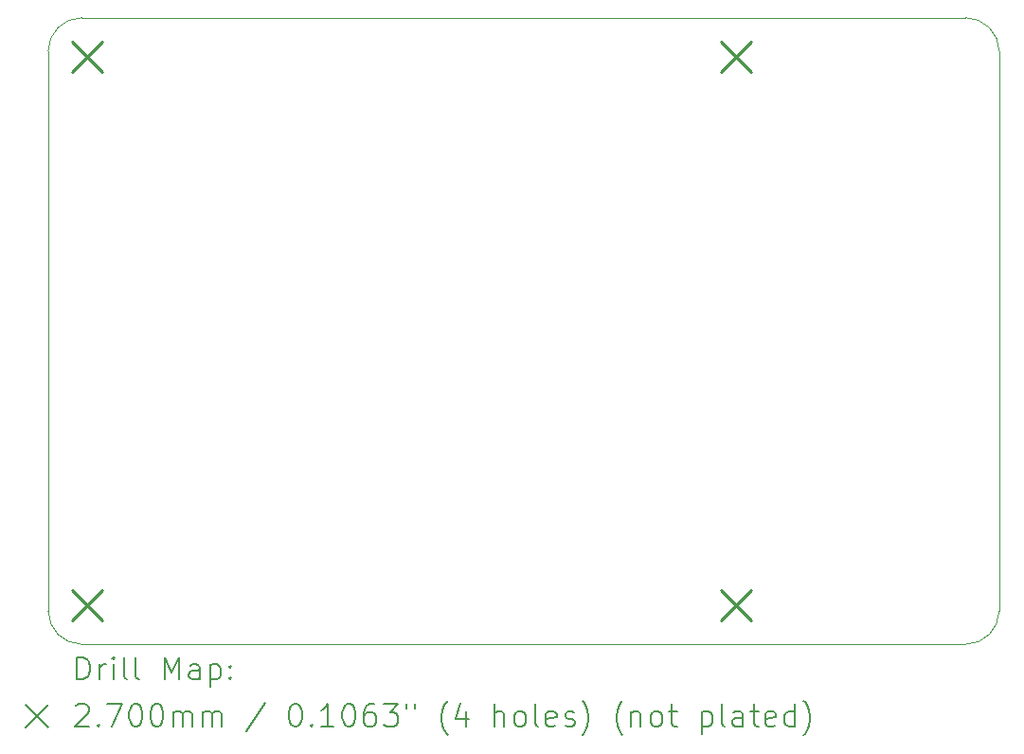
<source format=gbr>
%TF.GenerationSoftware,KiCad,Pcbnew,9.0.2*%
%TF.CreationDate,2025-06-09T18:34:15+02:00*%
%TF.ProjectId,RPI-Electronics_V2.1,5250492d-456c-4656-9374-726f6e696373,rev?*%
%TF.SameCoordinates,Original*%
%TF.FileFunction,Drillmap*%
%TF.FilePolarity,Positive*%
%FSLAX45Y45*%
G04 Gerber Fmt 4.5, Leading zero omitted, Abs format (unit mm)*
G04 Created by KiCad (PCBNEW 9.0.2) date 2025-06-09 18:34:15*
%MOMM*%
%LPD*%
G01*
G04 APERTURE LIST*
%ADD10C,0.050000*%
%ADD11C,0.200000*%
%ADD12C,0.270000*%
G04 APERTURE END LIST*
D10*
X13715240Y-11142100D02*
X13715240Y-6142100D01*
X13715240Y-6142100D02*
G75*
G02*
X14015240Y-5842100I300000J0D01*
G01*
X21915240Y-5842100D02*
G75*
G02*
X22215240Y-6142100I0J-300000D01*
G01*
X21915240Y-11442100D02*
X14015240Y-11442100D01*
X14015240Y-11442100D02*
G75*
G02*
X13715240Y-11142100I0J300000D01*
G01*
X22215240Y-6142100D02*
X22215240Y-11142100D01*
X22215240Y-11142100D02*
G75*
G02*
X21915240Y-11442100I-300000J0D01*
G01*
X14015240Y-5842100D02*
X21915240Y-5842100D01*
D11*
D12*
X13930240Y-6057100D02*
X14200240Y-6327100D01*
X14200240Y-6057100D02*
X13930240Y-6327100D01*
X13930240Y-10957100D02*
X14200240Y-11227100D01*
X14200240Y-10957100D02*
X13930240Y-11227100D01*
X19730240Y-6057100D02*
X20000240Y-6327100D01*
X20000240Y-6057100D02*
X19730240Y-6327100D01*
X19730240Y-10957100D02*
X20000240Y-11227100D01*
X20000240Y-10957100D02*
X19730240Y-11227100D01*
D11*
X13973517Y-11756084D02*
X13973517Y-11556084D01*
X13973517Y-11556084D02*
X14021136Y-11556084D01*
X14021136Y-11556084D02*
X14049707Y-11565608D01*
X14049707Y-11565608D02*
X14068755Y-11584655D01*
X14068755Y-11584655D02*
X14078279Y-11603703D01*
X14078279Y-11603703D02*
X14087802Y-11641798D01*
X14087802Y-11641798D02*
X14087802Y-11670369D01*
X14087802Y-11670369D02*
X14078279Y-11708465D01*
X14078279Y-11708465D02*
X14068755Y-11727512D01*
X14068755Y-11727512D02*
X14049707Y-11746560D01*
X14049707Y-11746560D02*
X14021136Y-11756084D01*
X14021136Y-11756084D02*
X13973517Y-11756084D01*
X14173517Y-11756084D02*
X14173517Y-11622750D01*
X14173517Y-11660846D02*
X14183041Y-11641798D01*
X14183041Y-11641798D02*
X14192564Y-11632274D01*
X14192564Y-11632274D02*
X14211612Y-11622750D01*
X14211612Y-11622750D02*
X14230660Y-11622750D01*
X14297326Y-11756084D02*
X14297326Y-11622750D01*
X14297326Y-11556084D02*
X14287802Y-11565608D01*
X14287802Y-11565608D02*
X14297326Y-11575131D01*
X14297326Y-11575131D02*
X14306850Y-11565608D01*
X14306850Y-11565608D02*
X14297326Y-11556084D01*
X14297326Y-11556084D02*
X14297326Y-11575131D01*
X14421136Y-11756084D02*
X14402088Y-11746560D01*
X14402088Y-11746560D02*
X14392564Y-11727512D01*
X14392564Y-11727512D02*
X14392564Y-11556084D01*
X14525898Y-11756084D02*
X14506850Y-11746560D01*
X14506850Y-11746560D02*
X14497326Y-11727512D01*
X14497326Y-11727512D02*
X14497326Y-11556084D01*
X14754469Y-11756084D02*
X14754469Y-11556084D01*
X14754469Y-11556084D02*
X14821136Y-11698941D01*
X14821136Y-11698941D02*
X14887802Y-11556084D01*
X14887802Y-11556084D02*
X14887802Y-11756084D01*
X15068755Y-11756084D02*
X15068755Y-11651322D01*
X15068755Y-11651322D02*
X15059231Y-11632274D01*
X15059231Y-11632274D02*
X15040183Y-11622750D01*
X15040183Y-11622750D02*
X15002088Y-11622750D01*
X15002088Y-11622750D02*
X14983041Y-11632274D01*
X15068755Y-11746560D02*
X15049707Y-11756084D01*
X15049707Y-11756084D02*
X15002088Y-11756084D01*
X15002088Y-11756084D02*
X14983041Y-11746560D01*
X14983041Y-11746560D02*
X14973517Y-11727512D01*
X14973517Y-11727512D02*
X14973517Y-11708465D01*
X14973517Y-11708465D02*
X14983041Y-11689417D01*
X14983041Y-11689417D02*
X15002088Y-11679893D01*
X15002088Y-11679893D02*
X15049707Y-11679893D01*
X15049707Y-11679893D02*
X15068755Y-11670369D01*
X15163993Y-11622750D02*
X15163993Y-11822750D01*
X15163993Y-11632274D02*
X15183041Y-11622750D01*
X15183041Y-11622750D02*
X15221136Y-11622750D01*
X15221136Y-11622750D02*
X15240183Y-11632274D01*
X15240183Y-11632274D02*
X15249707Y-11641798D01*
X15249707Y-11641798D02*
X15259231Y-11660846D01*
X15259231Y-11660846D02*
X15259231Y-11717988D01*
X15259231Y-11717988D02*
X15249707Y-11737036D01*
X15249707Y-11737036D02*
X15240183Y-11746560D01*
X15240183Y-11746560D02*
X15221136Y-11756084D01*
X15221136Y-11756084D02*
X15183041Y-11756084D01*
X15183041Y-11756084D02*
X15163993Y-11746560D01*
X15344945Y-11737036D02*
X15354469Y-11746560D01*
X15354469Y-11746560D02*
X15344945Y-11756084D01*
X15344945Y-11756084D02*
X15335422Y-11746560D01*
X15335422Y-11746560D02*
X15344945Y-11737036D01*
X15344945Y-11737036D02*
X15344945Y-11756084D01*
X15344945Y-11632274D02*
X15354469Y-11641798D01*
X15354469Y-11641798D02*
X15344945Y-11651322D01*
X15344945Y-11651322D02*
X15335422Y-11641798D01*
X15335422Y-11641798D02*
X15344945Y-11632274D01*
X15344945Y-11632274D02*
X15344945Y-11651322D01*
X13512740Y-11984600D02*
X13712740Y-12184600D01*
X13712740Y-11984600D02*
X13512740Y-12184600D01*
X13963993Y-11995131D02*
X13973517Y-11985608D01*
X13973517Y-11985608D02*
X13992564Y-11976084D01*
X13992564Y-11976084D02*
X14040183Y-11976084D01*
X14040183Y-11976084D02*
X14059231Y-11985608D01*
X14059231Y-11985608D02*
X14068755Y-11995131D01*
X14068755Y-11995131D02*
X14078279Y-12014179D01*
X14078279Y-12014179D02*
X14078279Y-12033227D01*
X14078279Y-12033227D02*
X14068755Y-12061798D01*
X14068755Y-12061798D02*
X13954469Y-12176084D01*
X13954469Y-12176084D02*
X14078279Y-12176084D01*
X14163993Y-12157036D02*
X14173517Y-12166560D01*
X14173517Y-12166560D02*
X14163993Y-12176084D01*
X14163993Y-12176084D02*
X14154469Y-12166560D01*
X14154469Y-12166560D02*
X14163993Y-12157036D01*
X14163993Y-12157036D02*
X14163993Y-12176084D01*
X14240183Y-11976084D02*
X14373517Y-11976084D01*
X14373517Y-11976084D02*
X14287802Y-12176084D01*
X14487802Y-11976084D02*
X14506850Y-11976084D01*
X14506850Y-11976084D02*
X14525898Y-11985608D01*
X14525898Y-11985608D02*
X14535422Y-11995131D01*
X14535422Y-11995131D02*
X14544945Y-12014179D01*
X14544945Y-12014179D02*
X14554469Y-12052274D01*
X14554469Y-12052274D02*
X14554469Y-12099893D01*
X14554469Y-12099893D02*
X14544945Y-12137988D01*
X14544945Y-12137988D02*
X14535422Y-12157036D01*
X14535422Y-12157036D02*
X14525898Y-12166560D01*
X14525898Y-12166560D02*
X14506850Y-12176084D01*
X14506850Y-12176084D02*
X14487802Y-12176084D01*
X14487802Y-12176084D02*
X14468755Y-12166560D01*
X14468755Y-12166560D02*
X14459231Y-12157036D01*
X14459231Y-12157036D02*
X14449707Y-12137988D01*
X14449707Y-12137988D02*
X14440183Y-12099893D01*
X14440183Y-12099893D02*
X14440183Y-12052274D01*
X14440183Y-12052274D02*
X14449707Y-12014179D01*
X14449707Y-12014179D02*
X14459231Y-11995131D01*
X14459231Y-11995131D02*
X14468755Y-11985608D01*
X14468755Y-11985608D02*
X14487802Y-11976084D01*
X14678279Y-11976084D02*
X14697326Y-11976084D01*
X14697326Y-11976084D02*
X14716374Y-11985608D01*
X14716374Y-11985608D02*
X14725898Y-11995131D01*
X14725898Y-11995131D02*
X14735422Y-12014179D01*
X14735422Y-12014179D02*
X14744945Y-12052274D01*
X14744945Y-12052274D02*
X14744945Y-12099893D01*
X14744945Y-12099893D02*
X14735422Y-12137988D01*
X14735422Y-12137988D02*
X14725898Y-12157036D01*
X14725898Y-12157036D02*
X14716374Y-12166560D01*
X14716374Y-12166560D02*
X14697326Y-12176084D01*
X14697326Y-12176084D02*
X14678279Y-12176084D01*
X14678279Y-12176084D02*
X14659231Y-12166560D01*
X14659231Y-12166560D02*
X14649707Y-12157036D01*
X14649707Y-12157036D02*
X14640183Y-12137988D01*
X14640183Y-12137988D02*
X14630660Y-12099893D01*
X14630660Y-12099893D02*
X14630660Y-12052274D01*
X14630660Y-12052274D02*
X14640183Y-12014179D01*
X14640183Y-12014179D02*
X14649707Y-11995131D01*
X14649707Y-11995131D02*
X14659231Y-11985608D01*
X14659231Y-11985608D02*
X14678279Y-11976084D01*
X14830660Y-12176084D02*
X14830660Y-12042750D01*
X14830660Y-12061798D02*
X14840183Y-12052274D01*
X14840183Y-12052274D02*
X14859231Y-12042750D01*
X14859231Y-12042750D02*
X14887803Y-12042750D01*
X14887803Y-12042750D02*
X14906850Y-12052274D01*
X14906850Y-12052274D02*
X14916374Y-12071322D01*
X14916374Y-12071322D02*
X14916374Y-12176084D01*
X14916374Y-12071322D02*
X14925898Y-12052274D01*
X14925898Y-12052274D02*
X14944945Y-12042750D01*
X14944945Y-12042750D02*
X14973517Y-12042750D01*
X14973517Y-12042750D02*
X14992564Y-12052274D01*
X14992564Y-12052274D02*
X15002088Y-12071322D01*
X15002088Y-12071322D02*
X15002088Y-12176084D01*
X15097326Y-12176084D02*
X15097326Y-12042750D01*
X15097326Y-12061798D02*
X15106850Y-12052274D01*
X15106850Y-12052274D02*
X15125898Y-12042750D01*
X15125898Y-12042750D02*
X15154469Y-12042750D01*
X15154469Y-12042750D02*
X15173517Y-12052274D01*
X15173517Y-12052274D02*
X15183041Y-12071322D01*
X15183041Y-12071322D02*
X15183041Y-12176084D01*
X15183041Y-12071322D02*
X15192564Y-12052274D01*
X15192564Y-12052274D02*
X15211612Y-12042750D01*
X15211612Y-12042750D02*
X15240183Y-12042750D01*
X15240183Y-12042750D02*
X15259231Y-12052274D01*
X15259231Y-12052274D02*
X15268755Y-12071322D01*
X15268755Y-12071322D02*
X15268755Y-12176084D01*
X15659231Y-11966560D02*
X15487803Y-12223703D01*
X15916374Y-11976084D02*
X15935422Y-11976084D01*
X15935422Y-11976084D02*
X15954469Y-11985608D01*
X15954469Y-11985608D02*
X15963993Y-11995131D01*
X15963993Y-11995131D02*
X15973517Y-12014179D01*
X15973517Y-12014179D02*
X15983041Y-12052274D01*
X15983041Y-12052274D02*
X15983041Y-12099893D01*
X15983041Y-12099893D02*
X15973517Y-12137988D01*
X15973517Y-12137988D02*
X15963993Y-12157036D01*
X15963993Y-12157036D02*
X15954469Y-12166560D01*
X15954469Y-12166560D02*
X15935422Y-12176084D01*
X15935422Y-12176084D02*
X15916374Y-12176084D01*
X15916374Y-12176084D02*
X15897326Y-12166560D01*
X15897326Y-12166560D02*
X15887803Y-12157036D01*
X15887803Y-12157036D02*
X15878279Y-12137988D01*
X15878279Y-12137988D02*
X15868755Y-12099893D01*
X15868755Y-12099893D02*
X15868755Y-12052274D01*
X15868755Y-12052274D02*
X15878279Y-12014179D01*
X15878279Y-12014179D02*
X15887803Y-11995131D01*
X15887803Y-11995131D02*
X15897326Y-11985608D01*
X15897326Y-11985608D02*
X15916374Y-11976084D01*
X16068755Y-12157036D02*
X16078279Y-12166560D01*
X16078279Y-12166560D02*
X16068755Y-12176084D01*
X16068755Y-12176084D02*
X16059231Y-12166560D01*
X16059231Y-12166560D02*
X16068755Y-12157036D01*
X16068755Y-12157036D02*
X16068755Y-12176084D01*
X16268755Y-12176084D02*
X16154469Y-12176084D01*
X16211612Y-12176084D02*
X16211612Y-11976084D01*
X16211612Y-11976084D02*
X16192565Y-12004655D01*
X16192565Y-12004655D02*
X16173517Y-12023703D01*
X16173517Y-12023703D02*
X16154469Y-12033227D01*
X16392565Y-11976084D02*
X16411612Y-11976084D01*
X16411612Y-11976084D02*
X16430660Y-11985608D01*
X16430660Y-11985608D02*
X16440184Y-11995131D01*
X16440184Y-11995131D02*
X16449707Y-12014179D01*
X16449707Y-12014179D02*
X16459231Y-12052274D01*
X16459231Y-12052274D02*
X16459231Y-12099893D01*
X16459231Y-12099893D02*
X16449707Y-12137988D01*
X16449707Y-12137988D02*
X16440184Y-12157036D01*
X16440184Y-12157036D02*
X16430660Y-12166560D01*
X16430660Y-12166560D02*
X16411612Y-12176084D01*
X16411612Y-12176084D02*
X16392565Y-12176084D01*
X16392565Y-12176084D02*
X16373517Y-12166560D01*
X16373517Y-12166560D02*
X16363993Y-12157036D01*
X16363993Y-12157036D02*
X16354469Y-12137988D01*
X16354469Y-12137988D02*
X16344946Y-12099893D01*
X16344946Y-12099893D02*
X16344946Y-12052274D01*
X16344946Y-12052274D02*
X16354469Y-12014179D01*
X16354469Y-12014179D02*
X16363993Y-11995131D01*
X16363993Y-11995131D02*
X16373517Y-11985608D01*
X16373517Y-11985608D02*
X16392565Y-11976084D01*
X16630660Y-11976084D02*
X16592565Y-11976084D01*
X16592565Y-11976084D02*
X16573517Y-11985608D01*
X16573517Y-11985608D02*
X16563993Y-11995131D01*
X16563993Y-11995131D02*
X16544946Y-12023703D01*
X16544946Y-12023703D02*
X16535422Y-12061798D01*
X16535422Y-12061798D02*
X16535422Y-12137988D01*
X16535422Y-12137988D02*
X16544946Y-12157036D01*
X16544946Y-12157036D02*
X16554469Y-12166560D01*
X16554469Y-12166560D02*
X16573517Y-12176084D01*
X16573517Y-12176084D02*
X16611612Y-12176084D01*
X16611612Y-12176084D02*
X16630660Y-12166560D01*
X16630660Y-12166560D02*
X16640184Y-12157036D01*
X16640184Y-12157036D02*
X16649707Y-12137988D01*
X16649707Y-12137988D02*
X16649707Y-12090369D01*
X16649707Y-12090369D02*
X16640184Y-12071322D01*
X16640184Y-12071322D02*
X16630660Y-12061798D01*
X16630660Y-12061798D02*
X16611612Y-12052274D01*
X16611612Y-12052274D02*
X16573517Y-12052274D01*
X16573517Y-12052274D02*
X16554469Y-12061798D01*
X16554469Y-12061798D02*
X16544946Y-12071322D01*
X16544946Y-12071322D02*
X16535422Y-12090369D01*
X16716374Y-11976084D02*
X16840184Y-11976084D01*
X16840184Y-11976084D02*
X16773517Y-12052274D01*
X16773517Y-12052274D02*
X16802089Y-12052274D01*
X16802089Y-12052274D02*
X16821136Y-12061798D01*
X16821136Y-12061798D02*
X16830660Y-12071322D01*
X16830660Y-12071322D02*
X16840184Y-12090369D01*
X16840184Y-12090369D02*
X16840184Y-12137988D01*
X16840184Y-12137988D02*
X16830660Y-12157036D01*
X16830660Y-12157036D02*
X16821136Y-12166560D01*
X16821136Y-12166560D02*
X16802089Y-12176084D01*
X16802089Y-12176084D02*
X16744946Y-12176084D01*
X16744946Y-12176084D02*
X16725898Y-12166560D01*
X16725898Y-12166560D02*
X16716374Y-12157036D01*
X16916374Y-11976084D02*
X16916374Y-12014179D01*
X16992565Y-11976084D02*
X16992565Y-12014179D01*
X17287803Y-12252274D02*
X17278279Y-12242750D01*
X17278279Y-12242750D02*
X17259231Y-12214179D01*
X17259231Y-12214179D02*
X17249708Y-12195131D01*
X17249708Y-12195131D02*
X17240184Y-12166560D01*
X17240184Y-12166560D02*
X17230660Y-12118941D01*
X17230660Y-12118941D02*
X17230660Y-12080846D01*
X17230660Y-12080846D02*
X17240184Y-12033227D01*
X17240184Y-12033227D02*
X17249708Y-12004655D01*
X17249708Y-12004655D02*
X17259231Y-11985608D01*
X17259231Y-11985608D02*
X17278279Y-11957036D01*
X17278279Y-11957036D02*
X17287803Y-11947512D01*
X17449708Y-12042750D02*
X17449708Y-12176084D01*
X17402089Y-11966560D02*
X17354470Y-12109417D01*
X17354470Y-12109417D02*
X17478279Y-12109417D01*
X17706851Y-12176084D02*
X17706851Y-11976084D01*
X17792565Y-12176084D02*
X17792565Y-12071322D01*
X17792565Y-12071322D02*
X17783041Y-12052274D01*
X17783041Y-12052274D02*
X17763993Y-12042750D01*
X17763993Y-12042750D02*
X17735422Y-12042750D01*
X17735422Y-12042750D02*
X17716374Y-12052274D01*
X17716374Y-12052274D02*
X17706851Y-12061798D01*
X17916374Y-12176084D02*
X17897327Y-12166560D01*
X17897327Y-12166560D02*
X17887803Y-12157036D01*
X17887803Y-12157036D02*
X17878279Y-12137988D01*
X17878279Y-12137988D02*
X17878279Y-12080846D01*
X17878279Y-12080846D02*
X17887803Y-12061798D01*
X17887803Y-12061798D02*
X17897327Y-12052274D01*
X17897327Y-12052274D02*
X17916374Y-12042750D01*
X17916374Y-12042750D02*
X17944946Y-12042750D01*
X17944946Y-12042750D02*
X17963993Y-12052274D01*
X17963993Y-12052274D02*
X17973517Y-12061798D01*
X17973517Y-12061798D02*
X17983041Y-12080846D01*
X17983041Y-12080846D02*
X17983041Y-12137988D01*
X17983041Y-12137988D02*
X17973517Y-12157036D01*
X17973517Y-12157036D02*
X17963993Y-12166560D01*
X17963993Y-12166560D02*
X17944946Y-12176084D01*
X17944946Y-12176084D02*
X17916374Y-12176084D01*
X18097327Y-12176084D02*
X18078279Y-12166560D01*
X18078279Y-12166560D02*
X18068755Y-12147512D01*
X18068755Y-12147512D02*
X18068755Y-11976084D01*
X18249708Y-12166560D02*
X18230660Y-12176084D01*
X18230660Y-12176084D02*
X18192565Y-12176084D01*
X18192565Y-12176084D02*
X18173517Y-12166560D01*
X18173517Y-12166560D02*
X18163993Y-12147512D01*
X18163993Y-12147512D02*
X18163993Y-12071322D01*
X18163993Y-12071322D02*
X18173517Y-12052274D01*
X18173517Y-12052274D02*
X18192565Y-12042750D01*
X18192565Y-12042750D02*
X18230660Y-12042750D01*
X18230660Y-12042750D02*
X18249708Y-12052274D01*
X18249708Y-12052274D02*
X18259232Y-12071322D01*
X18259232Y-12071322D02*
X18259232Y-12090369D01*
X18259232Y-12090369D02*
X18163993Y-12109417D01*
X18335422Y-12166560D02*
X18354470Y-12176084D01*
X18354470Y-12176084D02*
X18392565Y-12176084D01*
X18392565Y-12176084D02*
X18411613Y-12166560D01*
X18411613Y-12166560D02*
X18421136Y-12147512D01*
X18421136Y-12147512D02*
X18421136Y-12137988D01*
X18421136Y-12137988D02*
X18411613Y-12118941D01*
X18411613Y-12118941D02*
X18392565Y-12109417D01*
X18392565Y-12109417D02*
X18363993Y-12109417D01*
X18363993Y-12109417D02*
X18344946Y-12099893D01*
X18344946Y-12099893D02*
X18335422Y-12080846D01*
X18335422Y-12080846D02*
X18335422Y-12071322D01*
X18335422Y-12071322D02*
X18344946Y-12052274D01*
X18344946Y-12052274D02*
X18363993Y-12042750D01*
X18363993Y-12042750D02*
X18392565Y-12042750D01*
X18392565Y-12042750D02*
X18411613Y-12052274D01*
X18487803Y-12252274D02*
X18497327Y-12242750D01*
X18497327Y-12242750D02*
X18516374Y-12214179D01*
X18516374Y-12214179D02*
X18525898Y-12195131D01*
X18525898Y-12195131D02*
X18535422Y-12166560D01*
X18535422Y-12166560D02*
X18544946Y-12118941D01*
X18544946Y-12118941D02*
X18544946Y-12080846D01*
X18544946Y-12080846D02*
X18535422Y-12033227D01*
X18535422Y-12033227D02*
X18525898Y-12004655D01*
X18525898Y-12004655D02*
X18516374Y-11985608D01*
X18516374Y-11985608D02*
X18497327Y-11957036D01*
X18497327Y-11957036D02*
X18487803Y-11947512D01*
X18849708Y-12252274D02*
X18840184Y-12242750D01*
X18840184Y-12242750D02*
X18821136Y-12214179D01*
X18821136Y-12214179D02*
X18811613Y-12195131D01*
X18811613Y-12195131D02*
X18802089Y-12166560D01*
X18802089Y-12166560D02*
X18792565Y-12118941D01*
X18792565Y-12118941D02*
X18792565Y-12080846D01*
X18792565Y-12080846D02*
X18802089Y-12033227D01*
X18802089Y-12033227D02*
X18811613Y-12004655D01*
X18811613Y-12004655D02*
X18821136Y-11985608D01*
X18821136Y-11985608D02*
X18840184Y-11957036D01*
X18840184Y-11957036D02*
X18849708Y-11947512D01*
X18925898Y-12042750D02*
X18925898Y-12176084D01*
X18925898Y-12061798D02*
X18935422Y-12052274D01*
X18935422Y-12052274D02*
X18954470Y-12042750D01*
X18954470Y-12042750D02*
X18983041Y-12042750D01*
X18983041Y-12042750D02*
X19002089Y-12052274D01*
X19002089Y-12052274D02*
X19011613Y-12071322D01*
X19011613Y-12071322D02*
X19011613Y-12176084D01*
X19135422Y-12176084D02*
X19116374Y-12166560D01*
X19116374Y-12166560D02*
X19106851Y-12157036D01*
X19106851Y-12157036D02*
X19097327Y-12137988D01*
X19097327Y-12137988D02*
X19097327Y-12080846D01*
X19097327Y-12080846D02*
X19106851Y-12061798D01*
X19106851Y-12061798D02*
X19116374Y-12052274D01*
X19116374Y-12052274D02*
X19135422Y-12042750D01*
X19135422Y-12042750D02*
X19163994Y-12042750D01*
X19163994Y-12042750D02*
X19183041Y-12052274D01*
X19183041Y-12052274D02*
X19192565Y-12061798D01*
X19192565Y-12061798D02*
X19202089Y-12080846D01*
X19202089Y-12080846D02*
X19202089Y-12137988D01*
X19202089Y-12137988D02*
X19192565Y-12157036D01*
X19192565Y-12157036D02*
X19183041Y-12166560D01*
X19183041Y-12166560D02*
X19163994Y-12176084D01*
X19163994Y-12176084D02*
X19135422Y-12176084D01*
X19259232Y-12042750D02*
X19335422Y-12042750D01*
X19287803Y-11976084D02*
X19287803Y-12147512D01*
X19287803Y-12147512D02*
X19297327Y-12166560D01*
X19297327Y-12166560D02*
X19316374Y-12176084D01*
X19316374Y-12176084D02*
X19335422Y-12176084D01*
X19554470Y-12042750D02*
X19554470Y-12242750D01*
X19554470Y-12052274D02*
X19573517Y-12042750D01*
X19573517Y-12042750D02*
X19611613Y-12042750D01*
X19611613Y-12042750D02*
X19630660Y-12052274D01*
X19630660Y-12052274D02*
X19640184Y-12061798D01*
X19640184Y-12061798D02*
X19649708Y-12080846D01*
X19649708Y-12080846D02*
X19649708Y-12137988D01*
X19649708Y-12137988D02*
X19640184Y-12157036D01*
X19640184Y-12157036D02*
X19630660Y-12166560D01*
X19630660Y-12166560D02*
X19611613Y-12176084D01*
X19611613Y-12176084D02*
X19573517Y-12176084D01*
X19573517Y-12176084D02*
X19554470Y-12166560D01*
X19763994Y-12176084D02*
X19744946Y-12166560D01*
X19744946Y-12166560D02*
X19735422Y-12147512D01*
X19735422Y-12147512D02*
X19735422Y-11976084D01*
X19925898Y-12176084D02*
X19925898Y-12071322D01*
X19925898Y-12071322D02*
X19916375Y-12052274D01*
X19916375Y-12052274D02*
X19897327Y-12042750D01*
X19897327Y-12042750D02*
X19859232Y-12042750D01*
X19859232Y-12042750D02*
X19840184Y-12052274D01*
X19925898Y-12166560D02*
X19906851Y-12176084D01*
X19906851Y-12176084D02*
X19859232Y-12176084D01*
X19859232Y-12176084D02*
X19840184Y-12166560D01*
X19840184Y-12166560D02*
X19830660Y-12147512D01*
X19830660Y-12147512D02*
X19830660Y-12128465D01*
X19830660Y-12128465D02*
X19840184Y-12109417D01*
X19840184Y-12109417D02*
X19859232Y-12099893D01*
X19859232Y-12099893D02*
X19906851Y-12099893D01*
X19906851Y-12099893D02*
X19925898Y-12090369D01*
X19992565Y-12042750D02*
X20068755Y-12042750D01*
X20021136Y-11976084D02*
X20021136Y-12147512D01*
X20021136Y-12147512D02*
X20030660Y-12166560D01*
X20030660Y-12166560D02*
X20049708Y-12176084D01*
X20049708Y-12176084D02*
X20068755Y-12176084D01*
X20211613Y-12166560D02*
X20192565Y-12176084D01*
X20192565Y-12176084D02*
X20154470Y-12176084D01*
X20154470Y-12176084D02*
X20135422Y-12166560D01*
X20135422Y-12166560D02*
X20125898Y-12147512D01*
X20125898Y-12147512D02*
X20125898Y-12071322D01*
X20125898Y-12071322D02*
X20135422Y-12052274D01*
X20135422Y-12052274D02*
X20154470Y-12042750D01*
X20154470Y-12042750D02*
X20192565Y-12042750D01*
X20192565Y-12042750D02*
X20211613Y-12052274D01*
X20211613Y-12052274D02*
X20221136Y-12071322D01*
X20221136Y-12071322D02*
X20221136Y-12090369D01*
X20221136Y-12090369D02*
X20125898Y-12109417D01*
X20392565Y-12176084D02*
X20392565Y-11976084D01*
X20392565Y-12166560D02*
X20373517Y-12176084D01*
X20373517Y-12176084D02*
X20335422Y-12176084D01*
X20335422Y-12176084D02*
X20316375Y-12166560D01*
X20316375Y-12166560D02*
X20306851Y-12157036D01*
X20306851Y-12157036D02*
X20297327Y-12137988D01*
X20297327Y-12137988D02*
X20297327Y-12080846D01*
X20297327Y-12080846D02*
X20306851Y-12061798D01*
X20306851Y-12061798D02*
X20316375Y-12052274D01*
X20316375Y-12052274D02*
X20335422Y-12042750D01*
X20335422Y-12042750D02*
X20373517Y-12042750D01*
X20373517Y-12042750D02*
X20392565Y-12052274D01*
X20468756Y-12252274D02*
X20478279Y-12242750D01*
X20478279Y-12242750D02*
X20497327Y-12214179D01*
X20497327Y-12214179D02*
X20506851Y-12195131D01*
X20506851Y-12195131D02*
X20516375Y-12166560D01*
X20516375Y-12166560D02*
X20525898Y-12118941D01*
X20525898Y-12118941D02*
X20525898Y-12080846D01*
X20525898Y-12080846D02*
X20516375Y-12033227D01*
X20516375Y-12033227D02*
X20506851Y-12004655D01*
X20506851Y-12004655D02*
X20497327Y-11985608D01*
X20497327Y-11985608D02*
X20478279Y-11957036D01*
X20478279Y-11957036D02*
X20468756Y-11947512D01*
M02*

</source>
